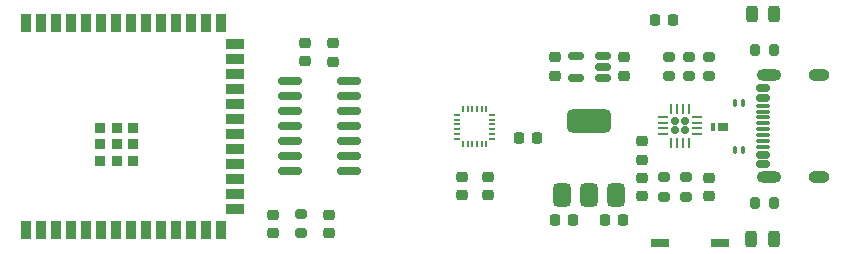
<source format=gbr>
%TF.GenerationSoftware,KiCad,Pcbnew,9.0.4*%
%TF.CreationDate,2025-09-01T13:06:02+02:00*%
%TF.ProjectId,EHT,4548542e-6b69-4636-9164-5f7063625858,rev?*%
%TF.SameCoordinates,Original*%
%TF.FileFunction,Paste,Top*%
%TF.FilePolarity,Positive*%
%FSLAX46Y46*%
G04 Gerber Fmt 4.6, Leading zero omitted, Abs format (unit mm)*
G04 Created by KiCad (PCBNEW 9.0.4) date 2025-09-01 13:06:02*
%MOMM*%
%LPD*%
G01*
G04 APERTURE LIST*
G04 Aperture macros list*
%AMRoundRect*
0 Rectangle with rounded corners*
0 $1 Rounding radius*
0 $2 $3 $4 $5 $6 $7 $8 $9 X,Y pos of 4 corners*
0 Add a 4 corners polygon primitive as box body*
4,1,4,$2,$3,$4,$5,$6,$7,$8,$9,$2,$3,0*
0 Add four circle primitives for the rounded corners*
1,1,$1+$1,$2,$3*
1,1,$1+$1,$4,$5*
1,1,$1+$1,$6,$7*
1,1,$1+$1,$8,$9*
0 Add four rect primitives between the rounded corners*
20,1,$1+$1,$2,$3,$4,$5,0*
20,1,$1+$1,$4,$5,$6,$7,0*
20,1,$1+$1,$6,$7,$8,$9,0*
20,1,$1+$1,$8,$9,$2,$3,0*%
G04 Aperture macros list end*
%ADD10RoundRect,0.160000X-0.160000X0.160000X-0.160000X-0.160000X0.160000X-0.160000X0.160000X0.160000X0*%
%ADD11RoundRect,0.062500X-0.062500X0.375000X-0.062500X-0.375000X0.062500X-0.375000X0.062500X0.375000X0*%
%ADD12RoundRect,0.062500X-0.375000X0.062500X-0.375000X-0.062500X0.375000X-0.062500X0.375000X0.062500X0*%
%ADD13RoundRect,0.225000X0.225000X0.250000X-0.225000X0.250000X-0.225000X-0.250000X0.225000X-0.250000X0*%
%ADD14RoundRect,0.200000X0.200000X0.275000X-0.200000X0.275000X-0.200000X-0.275000X0.200000X-0.275000X0*%
%ADD15RoundRect,0.200000X-0.275000X0.200000X-0.275000X-0.200000X0.275000X-0.200000X0.275000X0.200000X0*%
%ADD16RoundRect,0.200000X0.275000X-0.200000X0.275000X0.200000X-0.275000X0.200000X-0.275000X-0.200000X0*%
%ADD17RoundRect,0.225000X0.250000X-0.225000X0.250000X0.225000X-0.250000X0.225000X-0.250000X-0.225000X0*%
%ADD18RoundRect,0.190000X-0.610000X-0.190000X0.610000X-0.190000X0.610000X0.190000X-0.610000X0.190000X0*%
%ADD19RoundRect,0.050000X-0.225000X-0.050000X0.225000X-0.050000X0.225000X0.050000X-0.225000X0.050000X0*%
%ADD20RoundRect,0.050000X0.050000X-0.225000X0.050000X0.225000X-0.050000X0.225000X-0.050000X-0.225000X0*%
%ADD21RoundRect,0.225000X-0.225000X-0.250000X0.225000X-0.250000X0.225000X0.250000X-0.225000X0.250000X0*%
%ADD22RoundRect,0.225000X-0.250000X0.225000X-0.250000X-0.225000X0.250000X-0.225000X0.250000X0.225000X0*%
%ADD23RoundRect,0.375000X0.375000X-0.625000X0.375000X0.625000X-0.375000X0.625000X-0.375000X-0.625000X0*%
%ADD24RoundRect,0.500000X1.400000X-0.500000X1.400000X0.500000X-1.400000X0.500000X-1.400000X-0.500000X0*%
%ADD25RoundRect,0.150000X-0.825000X-0.150000X0.825000X-0.150000X0.825000X0.150000X-0.825000X0.150000X0*%
%ADD26RoundRect,0.243750X0.243750X0.456250X-0.243750X0.456250X-0.243750X-0.456250X0.243750X-0.456250X0*%
%ADD27RoundRect,0.050000X0.100000X0.250000X-0.100000X0.250000X-0.100000X-0.250000X0.100000X-0.250000X0*%
%ADD28RoundRect,0.150000X0.512500X0.150000X-0.512500X0.150000X-0.512500X-0.150000X0.512500X-0.150000X0*%
%ADD29RoundRect,0.150000X0.425000X-0.150000X0.425000X0.150000X-0.425000X0.150000X-0.425000X-0.150000X0*%
%ADD30RoundRect,0.075000X0.500000X-0.075000X0.500000X0.075000X-0.500000X0.075000X-0.500000X-0.075000X0*%
%ADD31O,2.100000X1.000000*%
%ADD32O,1.800000X1.000000*%
%ADD33RoundRect,0.075000X0.390000X0.275000X-0.390000X0.275000X-0.390000X-0.275000X0.390000X-0.275000X0*%
%ADD34RoundRect,0.075000X0.075000X0.275000X-0.075000X0.275000X-0.075000X-0.275000X0.075000X-0.275000X0*%
%ADD35R,0.900000X0.900000*%
%ADD36R,0.900000X1.500000*%
%ADD37R,1.500000X0.900000*%
G04 APERTURE END LIST*
D10*
%TO.C,U3*%
X170665000Y-82515000D03*
X169865000Y-82515000D03*
X170665000Y-83315000D03*
X169865000Y-83315000D03*
D11*
X171015000Y-81477500D03*
X170515000Y-81477500D03*
X170015000Y-81477500D03*
X169515000Y-81477500D03*
D12*
X168827500Y-82165000D03*
X168827500Y-82665000D03*
X168827500Y-83165000D03*
X168827500Y-83665000D03*
D11*
X169515000Y-84352500D03*
X170015000Y-84352500D03*
X170515000Y-84352500D03*
X171015000Y-84352500D03*
D12*
X171702500Y-83665000D03*
X171702500Y-83165000D03*
X171702500Y-82665000D03*
X171702500Y-82165000D03*
%TD*%
D13*
%TO.C,COUT1*%
X165450000Y-90900000D03*
X163900000Y-90900000D03*
%TD*%
D14*
%TO.C,R_CC1*%
X178225000Y-89500000D03*
X176575000Y-89500000D03*
%TD*%
D15*
%TO.C,R3*%
X171000000Y-77100000D03*
X171000000Y-78750000D03*
%TD*%
D16*
%TO.C,R4*%
X169300000Y-78750000D03*
X169300000Y-77100000D03*
%TD*%
D17*
%TO.C,C_BP7*%
X138500000Y-77475000D03*
X138500000Y-75925000D03*
%TD*%
D18*
%TO.C,SW2*%
X168520000Y-92900000D03*
X173600000Y-92900000D03*
%TD*%
D13*
%TO.C,C_BP2*%
X161200000Y-90900000D03*
X159650000Y-90900000D03*
%TD*%
D19*
%TO.C,U2*%
X151365000Y-82015000D03*
X151365000Y-82415000D03*
X151365000Y-82815000D03*
X151365000Y-83215000D03*
X151365000Y-83615000D03*
X151365000Y-84015000D03*
D20*
X151865000Y-84515000D03*
X152265000Y-84515000D03*
X152665000Y-84515000D03*
X153065000Y-84515000D03*
X153465000Y-84515000D03*
X153865000Y-84515000D03*
D19*
X154365000Y-84015000D03*
X154365000Y-83615000D03*
X154365000Y-83215000D03*
X154365000Y-82815000D03*
X154365000Y-82415000D03*
X154365000Y-82015000D03*
D20*
X153865000Y-81515000D03*
X153465000Y-81515000D03*
X153065000Y-81515000D03*
X152665000Y-81515000D03*
X152265000Y-81515000D03*
X151865000Y-81515000D03*
%TD*%
D16*
%TO.C,R1*%
X172700000Y-78750000D03*
X172700000Y-77100000D03*
%TD*%
D21*
%TO.C,CBAT1*%
X168125000Y-74000000D03*
X169675000Y-74000000D03*
%TD*%
D17*
%TO.C,C1*%
X172700000Y-88900000D03*
X172700000Y-87350000D03*
%TD*%
D22*
%TO.C,C2*%
X154000000Y-87250000D03*
X154000000Y-88800000D03*
%TD*%
D23*
%TO.C,U6*%
X160265000Y-88815000D03*
X162565000Y-88815000D03*
D24*
X162565000Y-82515000D03*
D23*
X164865000Y-88815000D03*
%TD*%
D15*
%TO.C,R2*%
X170800000Y-87300000D03*
X170800000Y-88950000D03*
%TD*%
D17*
%TO.C,C_BP6*%
X140900000Y-77500000D03*
X140900000Y-75950000D03*
%TD*%
D25*
%TO.C,U5*%
X137250000Y-79180000D03*
X137250000Y-80450000D03*
X137250000Y-81720000D03*
X137250000Y-82990000D03*
X137250000Y-84260000D03*
X137250000Y-85530000D03*
X137250000Y-86800000D03*
X142200000Y-86800000D03*
X142200000Y-85530000D03*
X142200000Y-84260000D03*
X142200000Y-82990000D03*
X142200000Y-81720000D03*
X142200000Y-80450000D03*
X142200000Y-79180000D03*
%TD*%
D22*
%TO.C,C_BP3*%
X151800000Y-87250000D03*
X151800000Y-88800000D03*
%TD*%
D15*
%TO.C,REN1*%
X138150000Y-90400000D03*
X138150000Y-92050000D03*
%TD*%
D26*
%TO.C,DPGOOD1*%
X178175000Y-92500000D03*
X176300000Y-92500000D03*
%TD*%
D22*
%TO.C,CIN2*%
X165500000Y-77150000D03*
X165500000Y-78700000D03*
%TD*%
D17*
%TO.C,C_BP5*%
X135800000Y-92000000D03*
X135800000Y-90450000D03*
%TD*%
D27*
%TO.C,D3*%
X175615000Y-85015000D03*
X174915000Y-85015000D03*
%TD*%
D21*
%TO.C,C_BP4*%
X156625000Y-84000000D03*
X158175000Y-84000000D03*
%TD*%
D14*
%TO.C,R_CC2*%
X178250000Y-76500000D03*
X176600000Y-76500000D03*
%TD*%
D22*
%TO.C,C_BP1*%
X167000000Y-84250000D03*
X167000000Y-85800000D03*
%TD*%
D17*
%TO.C,CEN1*%
X140500000Y-92000000D03*
X140500000Y-90450000D03*
%TD*%
D28*
%TO.C,U4*%
X163700000Y-78900000D03*
X163700000Y-77950000D03*
X163700000Y-77000000D03*
X161425000Y-77000000D03*
X161425000Y-78900000D03*
%TD*%
D29*
%TO.C,J1*%
X177245000Y-86180000D03*
X177245000Y-85380000D03*
D30*
X177245000Y-84230000D03*
X177245000Y-83230000D03*
X177245000Y-82730000D03*
X177245000Y-81730000D03*
D29*
X177245000Y-80580000D03*
X177245000Y-79780000D03*
X177245000Y-79780000D03*
X177245000Y-80580000D03*
D30*
X177245000Y-81230000D03*
X177245000Y-82230000D03*
X177245000Y-83730000D03*
X177245000Y-84730000D03*
D29*
X177245000Y-85380000D03*
X177245000Y-86180000D03*
D31*
X177820000Y-87300000D03*
D32*
X182000000Y-87300000D03*
D31*
X177820000Y-78660000D03*
D32*
X182000000Y-78660000D03*
%TD*%
D33*
%TO.C,D1*%
X173900000Y-83015000D03*
D34*
X173015000Y-83015000D03*
%TD*%
D27*
%TO.C,D2*%
X175615000Y-81015000D03*
X174915000Y-81015000D03*
%TD*%
D15*
%TO.C,R5*%
X168900000Y-87300000D03*
X168900000Y-88950000D03*
%TD*%
D17*
%TO.C,COUT2*%
X159700000Y-78700000D03*
X159700000Y-77150000D03*
%TD*%
D26*
%TO.C,DCHG1*%
X178200000Y-73500000D03*
X176325000Y-73500000D03*
%TD*%
D17*
%TO.C,CIN1*%
X167000000Y-88900000D03*
X167000000Y-87350000D03*
%TD*%
D35*
%TO.C,U7*%
X121160000Y-85915000D03*
X122560000Y-85915000D03*
X123960000Y-85915000D03*
X121160000Y-84515000D03*
X122560000Y-84515000D03*
X123960000Y-84515000D03*
X121160000Y-83115000D03*
X122560000Y-83115000D03*
X123960000Y-83115000D03*
D36*
X114840000Y-91765000D03*
X116110000Y-91765000D03*
X117380000Y-91765000D03*
X118650000Y-91765000D03*
X119920000Y-91765000D03*
X121190000Y-91765000D03*
X122460000Y-91765000D03*
X123730000Y-91765000D03*
X125000000Y-91765000D03*
X126270000Y-91765000D03*
X127540000Y-91765000D03*
X128810000Y-91765000D03*
X130080000Y-91765000D03*
X131350000Y-91765000D03*
D37*
X132600000Y-90000000D03*
X132600000Y-88730000D03*
X132600000Y-87460000D03*
X132600000Y-86190000D03*
X132600000Y-84920000D03*
X132600000Y-83650000D03*
X132600000Y-82380000D03*
X132600000Y-81110000D03*
X132600000Y-79840000D03*
X132600000Y-78570000D03*
X132600000Y-77300000D03*
X132600000Y-76030000D03*
D36*
X131350000Y-74265000D03*
X130080000Y-74265000D03*
X128810000Y-74265000D03*
X127540000Y-74265000D03*
X126270000Y-74265000D03*
X125000000Y-74265000D03*
X123730000Y-74265000D03*
X122460000Y-74265000D03*
X121190000Y-74265000D03*
X119920000Y-74265000D03*
X118650000Y-74265000D03*
X117380000Y-74265000D03*
X116110000Y-74265000D03*
X114840000Y-74265000D03*
%TD*%
M02*

</source>
